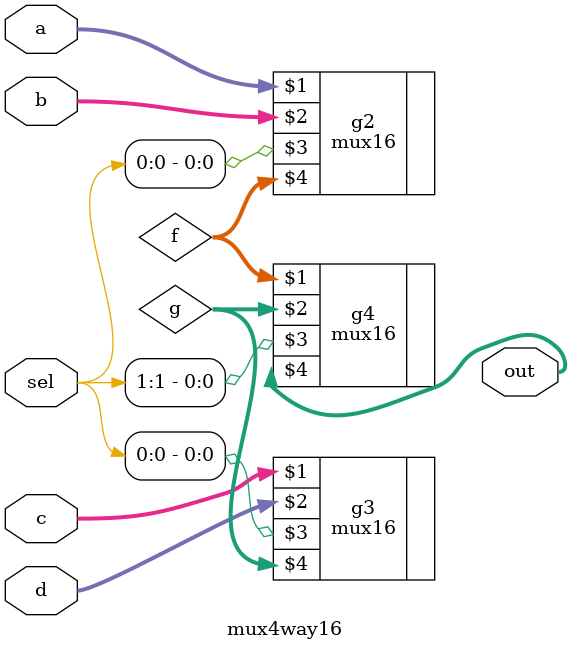
<source format=v>
`ifndef mux16
  `include "src/mux16.v"
`endif

`define mux4way16 1

module mux4way16 (
  input [15:0] a,
  input [15:0] b,
  input [15:0] c,
  input [15:0] d,
  input [1:0] sel,
  output [15:0] out
);
  wire [15:0] f, g;

  mux16 g2 (a, b, sel[0], f);
  mux16 g3 (c, d, sel[0], g);
  mux16 g4 (f, g, sel[1], out);
endmodule

</source>
